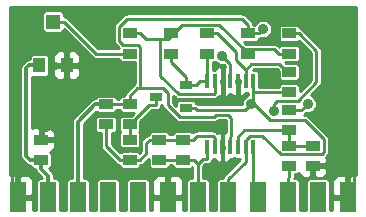
<source format=gbl>
%FSLAX46Y46*%
G04 Gerber Fmt 4.6, Leading zero omitted, Abs format (unit mm)*
G04 Created by KiCad (PCBNEW (2014-09-02 BZR 5112)-product) date 2014-10-14 1:14:18 PM*
%MOMM*%
G01*
G04 APERTURE LIST*
%ADD10C,0.150000*%
%ADD11R,1.000760X0.701040*%
%ADD12R,1.143000X0.812800*%
%ADD13R,1.000000X1.250000*%
%ADD14R,1.200000X1.250000*%
%ADD15R,1.350000X2.500000*%
%ADD16R,0.299720X1.300480*%
%ADD17C,0.889000*%
%ADD18C,0.355600*%
%ADD19C,0.254000*%
G04 APERTURE END LIST*
D10*
D11*
X154230000Y-89500000D03*
X156770000Y-90452500D03*
X156770000Y-88547500D03*
D12*
X152000000Y-93149100D03*
X152000000Y-94850900D03*
X150000000Y-90149100D03*
X150000000Y-91850900D03*
X156500000Y-93149100D03*
X156500000Y-94850900D03*
X154500000Y-93149100D03*
X154500000Y-94850900D03*
X144500000Y-94850900D03*
X144500000Y-93149100D03*
X167500000Y-93649100D03*
X167500000Y-95350900D03*
X152000000Y-90149100D03*
X152000000Y-91850900D03*
X165500000Y-87399100D03*
X165500000Y-89100900D03*
X158500000Y-85850900D03*
X158500000Y-84149100D03*
X155500000Y-84149100D03*
X155500000Y-85850900D03*
X152000000Y-85850900D03*
X152000000Y-84149100D03*
X162000000Y-84149100D03*
X162000000Y-85850900D03*
X165500000Y-84149100D03*
X165500000Y-85850900D03*
X165500000Y-93649100D03*
X165500000Y-95350900D03*
X165500000Y-90649100D03*
X165500000Y-92350900D03*
D13*
X144350000Y-86850000D03*
X146650000Y-86850000D03*
D14*
X145500000Y-83150000D03*
D15*
X142530000Y-98000000D03*
X145070000Y-98000000D03*
X147610000Y-98000000D03*
X150150000Y-98000000D03*
X152690000Y-98000000D03*
X155230000Y-98000000D03*
X157770000Y-98000000D03*
X160310000Y-98000000D03*
X162850000Y-98000000D03*
X165390000Y-98000000D03*
X167930000Y-98000000D03*
X170470000Y-98000000D03*
D16*
X158569600Y-88206000D03*
X159204600Y-88206000D03*
X159865000Y-88206000D03*
X160500000Y-88206000D03*
X161160400Y-88206000D03*
X161808100Y-88206000D03*
X162455800Y-88206000D03*
X162455800Y-93794000D03*
X161808100Y-93794000D03*
X161160400Y-93794000D03*
X160500000Y-93794000D03*
X159852300Y-93794000D03*
X159204600Y-93794000D03*
X158556900Y-93794000D03*
D17*
X159819000Y-86017500D03*
X163266000Y-83778800D03*
X144920120Y-92099687D03*
X155500000Y-92000000D03*
X151975000Y-87025000D03*
X145500000Y-86925000D03*
X159800000Y-91831600D03*
X159025000Y-96362600D03*
X164281000Y-87550000D03*
X167024000Y-86263400D03*
X164371000Y-83413400D03*
X159825000Y-89825000D03*
X147600000Y-88950000D03*
X169150000Y-92400000D03*
X167051000Y-90121100D03*
X164215000Y-90725900D03*
X162242000Y-90127500D03*
D18*
X144500000Y-94850900D02*
X143572900Y-94850900D01*
X143572900Y-94850900D02*
X143250000Y-94528000D01*
X143250000Y-94528000D02*
X143250000Y-87094400D01*
X143250000Y-87094400D02*
X143494400Y-86850000D01*
X143494400Y-86850000D02*
X144350000Y-86850000D01*
X144500000Y-94850900D02*
X144500000Y-95612900D01*
X144500000Y-95612900D02*
X145070000Y-96182900D01*
X145070000Y-96182900D02*
X145070000Y-98000000D01*
D19*
X160500000Y-86698600D02*
X159819000Y-86017500D01*
X160500000Y-88206000D02*
X160500000Y-86698600D01*
D18*
X150000000Y-90149100D02*
X149072900Y-90149100D01*
X149072900Y-90149100D02*
X147610000Y-91612000D01*
X147610000Y-91612000D02*
X147610000Y-96394400D01*
X147610000Y-96394400D02*
X147610000Y-98000000D01*
D19*
X150000000Y-90149100D02*
X152000000Y-90149100D01*
X152910000Y-85315500D02*
X152910000Y-88794200D01*
X152708000Y-85113900D02*
X152910000Y-85315500D01*
X151466000Y-85113900D02*
X152708000Y-85113900D01*
X151098000Y-84745700D02*
X151466000Y-85113900D01*
X151098000Y-83605800D02*
X151098000Y-84745700D01*
X151793000Y-82911100D02*
X151098000Y-83605800D01*
X161499000Y-82911100D02*
X151793000Y-82911100D01*
X162000000Y-83412200D02*
X161499000Y-82911100D01*
X162000000Y-84149100D02*
X162000000Y-83412200D01*
X152618000Y-88794200D02*
X152910000Y-88794200D01*
X152000000Y-89412200D02*
X152618000Y-88794200D01*
X152000000Y-90149100D02*
X152000000Y-89412200D01*
X162902000Y-84142900D02*
X163266000Y-83778800D01*
X162902000Y-84149100D02*
X162902000Y-84142900D01*
X162000000Y-84149100D02*
X162902000Y-84149100D01*
X154845000Y-88794200D02*
X152910000Y-88794200D01*
X155206000Y-89155100D02*
X154845000Y-88794200D01*
X155206000Y-90208500D02*
X155206000Y-89155100D01*
X156215000Y-91217800D02*
X155206000Y-90208500D01*
X159111000Y-91217800D02*
X156215000Y-91217800D01*
X159272000Y-91056900D02*
X159111000Y-91217800D01*
X160328000Y-91056900D02*
X159272000Y-91056900D01*
X160575000Y-91303100D02*
X160328000Y-91056900D01*
X160575000Y-92815100D02*
X160575000Y-91303100D01*
X160500000Y-92889800D02*
X160575000Y-92815100D01*
X160500000Y-93794000D02*
X160500000Y-92889800D01*
X149131000Y-85850900D02*
X152000000Y-85850900D01*
X146430000Y-83150000D02*
X149131000Y-85850900D01*
X145500000Y-83150000D02*
X146430000Y-83150000D01*
X155668000Y-91831600D02*
X155500000Y-92000000D01*
X159800000Y-91831600D02*
X155668000Y-91831600D01*
X171000000Y-82000000D02*
X171000000Y-97000000D01*
X142000000Y-82000000D02*
X171000000Y-82000000D01*
X142000000Y-97000000D02*
X142000000Y-82000000D01*
X159825000Y-88246000D02*
X159865000Y-88206000D01*
X159825000Y-89825000D02*
X159825000Y-88246000D01*
X159852000Y-95535300D02*
X159025000Y-96362600D01*
X159852000Y-91883900D02*
X159852000Y-95535300D01*
X159800000Y-91831600D02*
X159852000Y-91883900D01*
X167024000Y-87447000D02*
X167024000Y-86263400D01*
X166336000Y-88135700D02*
X167024000Y-87447000D01*
X164664000Y-88135700D02*
X166336000Y-88135700D01*
X164281000Y-87752200D02*
X164664000Y-88135700D01*
X164281000Y-87550000D02*
X164281000Y-87752200D01*
X166523000Y-90649100D02*
X165500000Y-90649100D01*
X167051000Y-90121100D02*
X166523000Y-90649100D01*
X162456000Y-97605800D02*
X162456000Y-95370000D01*
X162850000Y-98000000D02*
X162456000Y-97605800D01*
X162456000Y-95370000D02*
X162456000Y-94091700D01*
X162455800Y-95369800D02*
X162455800Y-93794000D01*
X162456000Y-95370000D02*
X162455800Y-95369800D01*
X165500000Y-96309500D02*
X165500000Y-95350900D01*
X165390000Y-96419500D02*
X165500000Y-96309500D01*
X165390000Y-98000000D02*
X165390000Y-96419500D01*
X164215000Y-90097300D02*
X164215000Y-90725900D01*
X164474000Y-89837900D02*
X164215000Y-90097300D01*
X166220000Y-89837900D02*
X164474000Y-89837900D01*
X167799000Y-88259400D02*
X166220000Y-89837900D01*
X167799000Y-85622600D02*
X167799000Y-88259400D01*
X166326000Y-84149100D02*
X167799000Y-85622600D01*
X165500000Y-84149100D02*
X166326000Y-84149100D01*
X164598000Y-89100900D02*
X165500000Y-89100900D01*
X164558000Y-89141400D02*
X164598000Y-89100900D01*
X162456000Y-89141400D02*
X164558000Y-89141400D01*
X162456000Y-89913400D02*
X162381000Y-89988200D01*
X162456000Y-89141400D02*
X162456000Y-89913400D01*
X162381000Y-89988200D02*
X162242000Y-90127500D01*
X157524000Y-90452500D02*
X156770000Y-90452500D01*
X157672000Y-90599700D02*
X157524000Y-90452500D01*
X161770000Y-90599700D02*
X157672000Y-90599700D01*
X162242000Y-90127500D02*
X161770000Y-90599700D01*
X161808000Y-94997900D02*
X161808000Y-94084500D01*
X160310000Y-96496000D02*
X161808000Y-94997900D01*
X160310000Y-98000000D02*
X160310000Y-96496000D01*
X163894000Y-91501000D02*
X162381000Y-89988200D01*
X166807000Y-91501000D02*
X163894000Y-91501000D01*
X168415000Y-93109200D02*
X166807000Y-91501000D01*
X168415000Y-94214600D02*
X168415000Y-93109200D01*
X168244000Y-94386100D02*
X168415000Y-94214600D01*
X164779000Y-94386100D02*
X168244000Y-94386100D01*
X163206000Y-92813200D02*
X164779000Y-94386100D01*
X162166000Y-92813200D02*
X163206000Y-92813200D01*
X161808000Y-93171100D02*
X162166000Y-92813200D01*
X161808000Y-94084500D02*
X161808000Y-93171100D01*
X161808100Y-94084400D02*
X161808100Y-93794000D01*
X161808000Y-94084500D02*
X161808100Y-94084400D01*
X162456000Y-89141400D02*
X162456000Y-88907500D01*
X162456000Y-88907500D02*
X162456000Y-88673700D01*
X162455800Y-88907300D02*
X162455800Y-88206000D01*
X162456000Y-88907500D02*
X162455800Y-88907300D01*
X157770000Y-95218900D02*
X157770000Y-98000000D01*
X157402000Y-94850900D02*
X157770000Y-95218900D01*
X156500000Y-94850900D02*
X157402000Y-94850900D01*
X154500000Y-94850900D02*
X156500000Y-94850900D01*
X158557000Y-93794000D02*
X158557000Y-94284300D01*
X158214000Y-94774700D02*
X157770000Y-95218900D01*
X158557000Y-94774700D02*
X158214000Y-94774700D01*
X158557000Y-94284300D02*
X158557000Y-94774700D01*
X158556900Y-94284200D02*
X158556900Y-93794000D01*
X158557000Y-94284300D02*
X158556900Y-94284200D01*
X152000000Y-94850900D02*
X151174500Y-94850900D01*
X151174500Y-94850900D02*
X150000000Y-93676400D01*
X150000000Y-93676400D02*
X150000000Y-92511300D01*
X150000000Y-92511300D02*
X150000000Y-91850900D01*
X153400000Y-94300000D02*
X152849100Y-94850900D01*
X152849100Y-94850900D02*
X152000000Y-94850900D01*
X153400000Y-93423600D02*
X153400000Y-94300000D01*
X154500000Y-93149100D02*
X153674500Y-93149100D01*
X153674500Y-93149100D02*
X153400000Y-93423600D01*
X152000000Y-94850900D02*
X152000000Y-94482800D01*
X156500000Y-93149100D02*
X154500000Y-93149100D01*
X159205000Y-93794000D02*
X159205000Y-93397600D01*
X157326000Y-93149100D02*
X156500000Y-93149100D01*
X157661000Y-92813300D02*
X157326000Y-93149100D01*
X159017000Y-92813300D02*
X157661000Y-92813300D01*
X159205000Y-93001200D02*
X159017000Y-92813300D01*
X159205000Y-93397600D02*
X159205000Y-93001200D01*
X159204600Y-93398000D02*
X159204600Y-93794000D01*
X159205000Y-93397600D02*
X159204600Y-93398000D01*
X152000000Y-91850900D02*
X152000000Y-93149100D01*
X153670000Y-90181000D02*
X152000000Y-91850900D01*
X154230000Y-90181000D02*
X153670000Y-90181000D01*
X154230000Y-89500000D02*
X154230000Y-90181000D01*
X152902000Y-84149100D02*
X152000000Y-84149100D01*
X153362000Y-84609100D02*
X152902000Y-84149100D01*
X154598000Y-84609100D02*
X153362000Y-84609100D01*
X155224000Y-84609100D02*
X154598000Y-84609100D01*
X155500000Y-84333100D02*
X155224000Y-84609100D01*
X161645000Y-85482400D02*
X162000000Y-85482400D01*
X159553000Y-83390400D02*
X161645000Y-85482400D01*
X156443000Y-83390400D02*
X159553000Y-83390400D01*
X155500000Y-84333100D02*
X156443000Y-83390400D01*
X155500000Y-84149100D02*
X155500000Y-84333100D01*
X162000000Y-85850900D02*
X162000000Y-85482400D01*
X164598000Y-85850900D02*
X165500000Y-85850900D01*
X164230000Y-85482400D02*
X164598000Y-85850900D01*
X162000000Y-85482400D02*
X164230000Y-85482400D01*
X159205000Y-88206000D02*
X159205000Y-88696300D01*
X154598000Y-87708700D02*
X154598000Y-84609100D01*
X156131000Y-89241400D02*
X154598000Y-87708700D01*
X159150000Y-89241400D02*
X156131000Y-89241400D01*
X159205000Y-89186700D02*
X159150000Y-89241400D01*
X159205000Y-88696300D02*
X159205000Y-89186700D01*
X159204600Y-88695900D02*
X159204600Y-88206000D01*
X159205000Y-88696300D02*
X159204600Y-88695900D01*
X167500000Y-93649100D02*
X165500000Y-93649100D01*
X165500000Y-93649100D02*
X165500000Y-93280600D01*
X165500000Y-92350900D02*
X165500000Y-93280600D01*
X165500000Y-93280600D02*
X165500000Y-93649100D01*
X161160000Y-92889800D02*
X161160000Y-93115800D01*
X161699000Y-92350900D02*
X161160000Y-92889800D01*
X165500000Y-92350900D02*
X161699000Y-92350900D01*
X161160000Y-93115800D02*
X161160000Y-93341900D01*
X161160400Y-93116200D02*
X161160400Y-93794000D01*
X161160000Y-93115800D02*
X161160400Y-93116200D01*
X160997000Y-86414300D02*
X161808000Y-87225300D01*
X160997000Y-85744200D02*
X160997000Y-86414300D01*
X159402000Y-84149100D02*
X160997000Y-85744200D01*
X158500000Y-84149100D02*
X159402000Y-84149100D01*
X165335000Y-87399100D02*
X165500000Y-87399100D01*
X164674000Y-86738700D02*
X165335000Y-87399100D01*
X162295000Y-86738700D02*
X164674000Y-86738700D01*
X161808000Y-87225300D02*
X162295000Y-86738700D01*
X161808000Y-88206000D02*
X161808000Y-87715600D01*
X161808000Y-87715600D02*
X161808000Y-87225300D01*
X161808100Y-87715700D02*
X161808100Y-88206000D01*
X161808000Y-87715600D02*
X161808100Y-87715700D01*
X156770000Y-87857800D02*
X156770000Y-88547500D01*
X155500000Y-86587800D02*
X156770000Y-87857800D01*
X155500000Y-85850900D02*
X155500000Y-86587800D01*
X158570000Y-88206000D02*
X158569600Y-88206000D01*
X158570000Y-86657400D02*
X158570000Y-88206000D01*
X158500000Y-86587800D02*
X158570000Y-86657400D01*
X158500000Y-85850900D02*
X158500000Y-86587800D01*
X157601000Y-88547500D02*
X156770000Y-88547500D01*
X157942000Y-88206000D02*
X157601000Y-88547500D01*
X158569600Y-88206000D02*
X157942000Y-88206000D01*
G36*
X161350800Y-94808530D02*
X159986700Y-96172722D01*
X159935058Y-96250014D01*
X159887602Y-96321037D01*
X159887600Y-96321044D01*
X159887596Y-96321051D01*
X159869548Y-96411801D01*
X159867956Y-96419800D01*
X159569319Y-96419800D01*
X159447957Y-96470070D01*
X159355070Y-96562957D01*
X159304800Y-96684319D01*
X159304800Y-96815681D01*
X159304800Y-99119800D01*
X158775200Y-99119800D01*
X158775200Y-96684319D01*
X158724930Y-96562957D01*
X158632043Y-96470070D01*
X158510681Y-96419800D01*
X158379319Y-96419800D01*
X158227200Y-96419800D01*
X158227200Y-95408218D01*
X158403439Y-95231900D01*
X158557000Y-95231900D01*
X158731963Y-95197098D01*
X158880289Y-95097989D01*
X158979398Y-94949663D01*
X159014200Y-94774700D01*
X159014200Y-94774440D01*
X159120421Y-94774440D01*
X159151894Y-94774440D01*
X159164113Y-94803939D01*
X159342742Y-94982567D01*
X159576131Y-95079240D01*
X159618620Y-95079240D01*
X159777370Y-94920490D01*
X159777370Y-93921000D01*
X159705300Y-93921000D01*
X159705300Y-93667000D01*
X159777370Y-93667000D01*
X159777370Y-92667510D01*
X159618620Y-92508760D01*
X159576131Y-92508760D01*
X159422654Y-92572332D01*
X159340289Y-92490011D01*
X159340203Y-92489925D01*
X159265106Y-92439775D01*
X159191963Y-92390902D01*
X159191903Y-92390890D01*
X159191851Y-92390855D01*
X159103552Y-92373316D01*
X159017000Y-92356100D01*
X159016878Y-92356100D01*
X157661000Y-92356100D01*
X157660728Y-92356154D01*
X157660455Y-92356100D01*
X157573212Y-92373561D01*
X157486037Y-92390902D01*
X157485805Y-92391056D01*
X157485534Y-92391111D01*
X157411619Y-92440626D01*
X157337711Y-92490011D01*
X157337557Y-92490241D01*
X157337326Y-92490396D01*
X157311778Y-92516005D01*
X157258543Y-92462770D01*
X157137181Y-92412500D01*
X157005819Y-92412500D01*
X155862819Y-92412500D01*
X155741457Y-92462770D01*
X155648570Y-92555657D01*
X155598300Y-92677019D01*
X155598300Y-92691900D01*
X155401700Y-92691900D01*
X155401700Y-92677019D01*
X155351430Y-92555657D01*
X155258543Y-92462770D01*
X155137181Y-92412500D01*
X155005819Y-92412500D01*
X153862819Y-92412500D01*
X153741457Y-92462770D01*
X153648570Y-92555657D01*
X153598300Y-92677019D01*
X153598300Y-92707056D01*
X153499537Y-92726702D01*
X153351211Y-92825811D01*
X153076711Y-93100311D01*
X152977602Y-93248637D01*
X152942800Y-93423600D01*
X152942800Y-94110622D01*
X152823697Y-94229724D01*
X152758543Y-94164570D01*
X152637181Y-94114300D01*
X152505819Y-94114300D01*
X152255626Y-94114300D01*
X152174963Y-94060402D01*
X152000000Y-94025600D01*
X151825037Y-94060402D01*
X151744373Y-94114300D01*
X151362819Y-94114300D01*
X151241457Y-94164570D01*
X151188102Y-94217924D01*
X150457200Y-93487022D01*
X150457200Y-92587500D01*
X150637181Y-92587500D01*
X150758543Y-92537230D01*
X150851430Y-92444343D01*
X150901700Y-92322981D01*
X150901700Y-92191619D01*
X150901700Y-91378819D01*
X150851430Y-91257457D01*
X150758543Y-91164570D01*
X150637181Y-91114300D01*
X150505819Y-91114300D01*
X149362819Y-91114300D01*
X149241457Y-91164570D01*
X149148570Y-91257457D01*
X149098300Y-91378819D01*
X149098300Y-91510181D01*
X149098300Y-92322981D01*
X149148570Y-92444343D01*
X149241457Y-92537230D01*
X149362819Y-92587500D01*
X149494181Y-92587500D01*
X149542800Y-92587500D01*
X149542800Y-93676400D01*
X149577602Y-93851363D01*
X149676711Y-93999689D01*
X150851211Y-95174189D01*
X150999537Y-95273298D01*
X151098300Y-95292943D01*
X151098300Y-95322981D01*
X151148570Y-95444343D01*
X151241457Y-95537230D01*
X151362819Y-95587500D01*
X151494181Y-95587500D01*
X152637181Y-95587500D01*
X152758543Y-95537230D01*
X152851430Y-95444343D01*
X152901700Y-95322981D01*
X152901700Y-95297637D01*
X153024063Y-95273298D01*
X153172389Y-95174189D01*
X153598300Y-94748278D01*
X153598300Y-95322981D01*
X153648570Y-95444343D01*
X153741457Y-95537230D01*
X153862819Y-95587500D01*
X153994181Y-95587500D01*
X155137181Y-95587500D01*
X155258543Y-95537230D01*
X155351430Y-95444343D01*
X155401700Y-95322981D01*
X155401700Y-95308100D01*
X155598300Y-95308100D01*
X155598300Y-95322981D01*
X155648570Y-95444343D01*
X155741457Y-95537230D01*
X155862819Y-95587500D01*
X155994181Y-95587500D01*
X157137181Y-95587500D01*
X157258543Y-95537230D01*
X157312800Y-95482973D01*
X157312800Y-96419800D01*
X157029319Y-96419800D01*
X156907957Y-96470070D01*
X156815070Y-96562957D01*
X156764800Y-96684319D01*
X156764800Y-96815681D01*
X156764800Y-99119800D01*
X156540000Y-99119800D01*
X156540000Y-98285750D01*
X156540000Y-97714250D01*
X156540000Y-96876309D01*
X156540000Y-96623690D01*
X156443327Y-96390301D01*
X156264698Y-96211673D01*
X156031309Y-96115000D01*
X155515750Y-96115000D01*
X155357000Y-96273750D01*
X155357000Y-97873000D01*
X156381250Y-97873000D01*
X156540000Y-97714250D01*
X156540000Y-98285750D01*
X156381250Y-98127000D01*
X155357000Y-98127000D01*
X155357000Y-98147000D01*
X155103000Y-98147000D01*
X155103000Y-98127000D01*
X155103000Y-97873000D01*
X155103000Y-96273750D01*
X154944250Y-96115000D01*
X154428691Y-96115000D01*
X154195302Y-96211673D01*
X154016673Y-96390301D01*
X153920000Y-96623690D01*
X153920000Y-96876309D01*
X153920000Y-97714250D01*
X154078750Y-97873000D01*
X155103000Y-97873000D01*
X155103000Y-98127000D01*
X154078750Y-98127000D01*
X153920000Y-98285750D01*
X153920000Y-99119800D01*
X153695200Y-99119800D01*
X153695200Y-96684319D01*
X153644930Y-96562957D01*
X153552043Y-96470070D01*
X153430681Y-96419800D01*
X153299319Y-96419800D01*
X151949319Y-96419800D01*
X151827957Y-96470070D01*
X151735070Y-96562957D01*
X151684800Y-96684319D01*
X151684800Y-96815681D01*
X151684800Y-99119800D01*
X151155200Y-99119800D01*
X151155200Y-96684319D01*
X151104930Y-96562957D01*
X151012043Y-96470070D01*
X150890681Y-96419800D01*
X150759319Y-96419800D01*
X149409319Y-96419800D01*
X149287957Y-96470070D01*
X149195070Y-96562957D01*
X149144800Y-96684319D01*
X149144800Y-96815681D01*
X149144800Y-99119800D01*
X148615200Y-99119800D01*
X148615200Y-96684319D01*
X148564930Y-96562957D01*
X148472043Y-96470070D01*
X148350681Y-96419800D01*
X148219319Y-96419800D01*
X148118000Y-96419800D01*
X148118000Y-96394400D01*
X148118000Y-91822420D01*
X149173223Y-90767196D01*
X149241457Y-90835430D01*
X149362819Y-90885700D01*
X149494181Y-90885700D01*
X150637181Y-90885700D01*
X150758543Y-90835430D01*
X150851430Y-90742543D01*
X150901700Y-90621181D01*
X150901700Y-90606300D01*
X151098300Y-90606300D01*
X151098300Y-90621181D01*
X151148570Y-90742543D01*
X151241457Y-90835430D01*
X151362819Y-90885700D01*
X151494181Y-90885700D01*
X152318659Y-90885700D01*
X152090045Y-91114300D01*
X151362819Y-91114300D01*
X151241457Y-91164570D01*
X151148570Y-91257457D01*
X151098300Y-91378819D01*
X151098300Y-91510181D01*
X151098300Y-92322981D01*
X151148570Y-92444343D01*
X151204227Y-92500000D01*
X151148570Y-92555657D01*
X151098300Y-92677019D01*
X151098300Y-92808381D01*
X151098300Y-93621181D01*
X151148570Y-93742543D01*
X151241457Y-93835430D01*
X151362819Y-93885700D01*
X151494181Y-93885700D01*
X152637181Y-93885700D01*
X152758543Y-93835430D01*
X152851430Y-93742543D01*
X152901700Y-93621181D01*
X152901700Y-93489819D01*
X152901700Y-92677019D01*
X152851430Y-92555657D01*
X152795773Y-92500000D01*
X152851430Y-92444343D01*
X152901700Y-92322981D01*
X152901700Y-92191619D01*
X152901700Y-91595813D01*
X153859370Y-90638200D01*
X154230000Y-90638200D01*
X154404963Y-90603398D01*
X154553289Y-90504289D01*
X154652398Y-90355963D01*
X154687200Y-90181000D01*
X154687200Y-90180720D01*
X154748800Y-90180720D01*
X154748800Y-90208432D01*
X154748800Y-90208500D01*
X154766224Y-90296101D01*
X154783576Y-90383400D01*
X154783595Y-90383428D01*
X154783602Y-90383463D01*
X154833380Y-90457960D01*
X154882663Y-90531741D01*
X154882711Y-90531789D01*
X155891663Y-91541041D01*
X155891691Y-91541060D01*
X155891711Y-91541089D01*
X155967001Y-91591396D01*
X156039975Y-91640172D01*
X156040007Y-91640178D01*
X156040037Y-91640198D01*
X156127909Y-91657676D01*
X156214932Y-91675000D01*
X156214966Y-91674993D01*
X156215000Y-91675000D01*
X159110858Y-91675000D01*
X159111000Y-91675000D01*
X159198816Y-91657532D01*
X159285832Y-91640252D01*
X159285891Y-91640212D01*
X159285963Y-91640198D01*
X159359298Y-91591196D01*
X159434189Y-91541190D01*
X159434289Y-91541089D01*
X159461295Y-91514100D01*
X160117800Y-91514100D01*
X160117800Y-92508760D01*
X160085980Y-92508760D01*
X159927230Y-92667510D01*
X159927230Y-93667000D01*
X159999300Y-93667000D01*
X159999300Y-93921000D01*
X159927230Y-93921000D01*
X159927230Y-94920490D01*
X160085980Y-95079240D01*
X160128469Y-95079240D01*
X160361858Y-94982567D01*
X160540487Y-94803939D01*
X160552705Y-94774440D01*
X160715541Y-94774440D01*
X160830200Y-94726946D01*
X160944859Y-94774440D01*
X161076221Y-94774440D01*
X161350800Y-94774440D01*
X161350800Y-94808530D01*
X161350800Y-94808530D01*
G37*
X161350800Y-94808530D02*
X159986700Y-96172722D01*
X159935058Y-96250014D01*
X159887602Y-96321037D01*
X159887600Y-96321044D01*
X159887596Y-96321051D01*
X159869548Y-96411801D01*
X159867956Y-96419800D01*
X159569319Y-96419800D01*
X159447957Y-96470070D01*
X159355070Y-96562957D01*
X159304800Y-96684319D01*
X159304800Y-96815681D01*
X159304800Y-99119800D01*
X158775200Y-99119800D01*
X158775200Y-96684319D01*
X158724930Y-96562957D01*
X158632043Y-96470070D01*
X158510681Y-96419800D01*
X158379319Y-96419800D01*
X158227200Y-96419800D01*
X158227200Y-95408218D01*
X158403439Y-95231900D01*
X158557000Y-95231900D01*
X158731963Y-95197098D01*
X158880289Y-95097989D01*
X158979398Y-94949663D01*
X159014200Y-94774700D01*
X159014200Y-94774440D01*
X159120421Y-94774440D01*
X159151894Y-94774440D01*
X159164113Y-94803939D01*
X159342742Y-94982567D01*
X159576131Y-95079240D01*
X159618620Y-95079240D01*
X159777370Y-94920490D01*
X159777370Y-93921000D01*
X159705300Y-93921000D01*
X159705300Y-93667000D01*
X159777370Y-93667000D01*
X159777370Y-92667510D01*
X159618620Y-92508760D01*
X159576131Y-92508760D01*
X159422654Y-92572332D01*
X159340289Y-92490011D01*
X159340203Y-92489925D01*
X159265106Y-92439775D01*
X159191963Y-92390902D01*
X159191903Y-92390890D01*
X159191851Y-92390855D01*
X159103552Y-92373316D01*
X159017000Y-92356100D01*
X159016878Y-92356100D01*
X157661000Y-92356100D01*
X157660728Y-92356154D01*
X157660455Y-92356100D01*
X157573212Y-92373561D01*
X157486037Y-92390902D01*
X157485805Y-92391056D01*
X157485534Y-92391111D01*
X157411619Y-92440626D01*
X157337711Y-92490011D01*
X157337557Y-92490241D01*
X157337326Y-92490396D01*
X157311778Y-92516005D01*
X157258543Y-92462770D01*
X157137181Y-92412500D01*
X157005819Y-92412500D01*
X155862819Y-92412500D01*
X155741457Y-92462770D01*
X155648570Y-92555657D01*
X155598300Y-92677019D01*
X155598300Y-92691900D01*
X155401700Y-92691900D01*
X155401700Y-92677019D01*
X155351430Y-92555657D01*
X155258543Y-92462770D01*
X155137181Y-92412500D01*
X155005819Y-92412500D01*
X153862819Y-92412500D01*
X153741457Y-92462770D01*
X153648570Y-92555657D01*
X153598300Y-92677019D01*
X153598300Y-92707056D01*
X153499537Y-92726702D01*
X153351211Y-92825811D01*
X153076711Y-93100311D01*
X152977602Y-93248637D01*
X152942800Y-93423600D01*
X152942800Y-94110622D01*
X152823697Y-94229724D01*
X152758543Y-94164570D01*
X152637181Y-94114300D01*
X152505819Y-94114300D01*
X152255626Y-94114300D01*
X152174963Y-94060402D01*
X152000000Y-94025600D01*
X151825037Y-94060402D01*
X151744373Y-94114300D01*
X151362819Y-94114300D01*
X151241457Y-94164570D01*
X151188102Y-94217924D01*
X150457200Y-93487022D01*
X150457200Y-92587500D01*
X150637181Y-92587500D01*
X150758543Y-92537230D01*
X150851430Y-92444343D01*
X150901700Y-92322981D01*
X150901700Y-92191619D01*
X150901700Y-91378819D01*
X150851430Y-91257457D01*
X150758543Y-91164570D01*
X150637181Y-91114300D01*
X150505819Y-91114300D01*
X149362819Y-91114300D01*
X149241457Y-91164570D01*
X149148570Y-91257457D01*
X149098300Y-91378819D01*
X149098300Y-91510181D01*
X149098300Y-92322981D01*
X149148570Y-92444343D01*
X149241457Y-92537230D01*
X149362819Y-92587500D01*
X149494181Y-92587500D01*
X149542800Y-92587500D01*
X149542800Y-93676400D01*
X149577602Y-93851363D01*
X149676711Y-93999689D01*
X150851211Y-95174189D01*
X150999537Y-95273298D01*
X151098300Y-95292943D01*
X151098300Y-95322981D01*
X151148570Y-95444343D01*
X151241457Y-95537230D01*
X151362819Y-95587500D01*
X151494181Y-95587500D01*
X152637181Y-95587500D01*
X152758543Y-95537230D01*
X152851430Y-95444343D01*
X152901700Y-95322981D01*
X152901700Y-95297637D01*
X153024063Y-95273298D01*
X153172389Y-95174189D01*
X153598300Y-94748278D01*
X153598300Y-95322981D01*
X153648570Y-95444343D01*
X153741457Y-95537230D01*
X153862819Y-95587500D01*
X153994181Y-95587500D01*
X155137181Y-95587500D01*
X155258543Y-95537230D01*
X155351430Y-95444343D01*
X155401700Y-95322981D01*
X155401700Y-95308100D01*
X155598300Y-95308100D01*
X155598300Y-95322981D01*
X155648570Y-95444343D01*
X155741457Y-95537230D01*
X155862819Y-95587500D01*
X155994181Y-95587500D01*
X157137181Y-95587500D01*
X157258543Y-95537230D01*
X157312800Y-95482973D01*
X157312800Y-96419800D01*
X157029319Y-96419800D01*
X156907957Y-96470070D01*
X156815070Y-96562957D01*
X156764800Y-96684319D01*
X156764800Y-96815681D01*
X156764800Y-99119800D01*
X156540000Y-99119800D01*
X156540000Y-98285750D01*
X156540000Y-97714250D01*
X156540000Y-96876309D01*
X156540000Y-96623690D01*
X156443327Y-96390301D01*
X156264698Y-96211673D01*
X156031309Y-96115000D01*
X155515750Y-96115000D01*
X155357000Y-96273750D01*
X155357000Y-97873000D01*
X156381250Y-97873000D01*
X156540000Y-97714250D01*
X156540000Y-98285750D01*
X156381250Y-98127000D01*
X155357000Y-98127000D01*
X155357000Y-98147000D01*
X155103000Y-98147000D01*
X155103000Y-98127000D01*
X155103000Y-97873000D01*
X155103000Y-96273750D01*
X154944250Y-96115000D01*
X154428691Y-96115000D01*
X154195302Y-96211673D01*
X154016673Y-96390301D01*
X153920000Y-96623690D01*
X153920000Y-96876309D01*
X153920000Y-97714250D01*
X154078750Y-97873000D01*
X155103000Y-97873000D01*
X155103000Y-98127000D01*
X154078750Y-98127000D01*
X153920000Y-98285750D01*
X153920000Y-99119800D01*
X153695200Y-99119800D01*
X153695200Y-96684319D01*
X153644930Y-96562957D01*
X153552043Y-96470070D01*
X153430681Y-96419800D01*
X153299319Y-96419800D01*
X151949319Y-96419800D01*
X151827957Y-96470070D01*
X151735070Y-96562957D01*
X151684800Y-96684319D01*
X151684800Y-96815681D01*
X151684800Y-99119800D01*
X151155200Y-99119800D01*
X151155200Y-96684319D01*
X151104930Y-96562957D01*
X151012043Y-96470070D01*
X150890681Y-96419800D01*
X150759319Y-96419800D01*
X149409319Y-96419800D01*
X149287957Y-96470070D01*
X149195070Y-96562957D01*
X149144800Y-96684319D01*
X149144800Y-96815681D01*
X149144800Y-99119800D01*
X148615200Y-99119800D01*
X148615200Y-96684319D01*
X148564930Y-96562957D01*
X148472043Y-96470070D01*
X148350681Y-96419800D01*
X148219319Y-96419800D01*
X148118000Y-96419800D01*
X148118000Y-96394400D01*
X148118000Y-91822420D01*
X149173223Y-90767196D01*
X149241457Y-90835430D01*
X149362819Y-90885700D01*
X149494181Y-90885700D01*
X150637181Y-90885700D01*
X150758543Y-90835430D01*
X150851430Y-90742543D01*
X150901700Y-90621181D01*
X150901700Y-90606300D01*
X151098300Y-90606300D01*
X151098300Y-90621181D01*
X151148570Y-90742543D01*
X151241457Y-90835430D01*
X151362819Y-90885700D01*
X151494181Y-90885700D01*
X152318659Y-90885700D01*
X152090045Y-91114300D01*
X151362819Y-91114300D01*
X151241457Y-91164570D01*
X151148570Y-91257457D01*
X151098300Y-91378819D01*
X151098300Y-91510181D01*
X151098300Y-92322981D01*
X151148570Y-92444343D01*
X151204227Y-92500000D01*
X151148570Y-92555657D01*
X151098300Y-92677019D01*
X151098300Y-92808381D01*
X151098300Y-93621181D01*
X151148570Y-93742543D01*
X151241457Y-93835430D01*
X151362819Y-93885700D01*
X151494181Y-93885700D01*
X152637181Y-93885700D01*
X152758543Y-93835430D01*
X152851430Y-93742543D01*
X152901700Y-93621181D01*
X152901700Y-93489819D01*
X152901700Y-92677019D01*
X152851430Y-92555657D01*
X152795773Y-92500000D01*
X152851430Y-92444343D01*
X152901700Y-92322981D01*
X152901700Y-92191619D01*
X152901700Y-91595813D01*
X153859370Y-90638200D01*
X154230000Y-90638200D01*
X154404963Y-90603398D01*
X154553289Y-90504289D01*
X154652398Y-90355963D01*
X154687200Y-90181000D01*
X154687200Y-90180720D01*
X154748800Y-90180720D01*
X154748800Y-90208432D01*
X154748800Y-90208500D01*
X154766224Y-90296101D01*
X154783576Y-90383400D01*
X154783595Y-90383428D01*
X154783602Y-90383463D01*
X154833380Y-90457960D01*
X154882663Y-90531741D01*
X154882711Y-90531789D01*
X155891663Y-91541041D01*
X155891691Y-91541060D01*
X155891711Y-91541089D01*
X155967001Y-91591396D01*
X156039975Y-91640172D01*
X156040007Y-91640178D01*
X156040037Y-91640198D01*
X156127909Y-91657676D01*
X156214932Y-91675000D01*
X156214966Y-91674993D01*
X156215000Y-91675000D01*
X159110858Y-91675000D01*
X159111000Y-91675000D01*
X159198816Y-91657532D01*
X159285832Y-91640252D01*
X159285891Y-91640212D01*
X159285963Y-91640198D01*
X159359298Y-91591196D01*
X159434189Y-91541190D01*
X159434289Y-91541089D01*
X159461295Y-91514100D01*
X160117800Y-91514100D01*
X160117800Y-92508760D01*
X160085980Y-92508760D01*
X159927230Y-92667510D01*
X159927230Y-93667000D01*
X159999300Y-93667000D01*
X159999300Y-93921000D01*
X159927230Y-93921000D01*
X159927230Y-94920490D01*
X160085980Y-95079240D01*
X160128469Y-95079240D01*
X160361858Y-94982567D01*
X160540487Y-94803939D01*
X160552705Y-94774440D01*
X160715541Y-94774440D01*
X160830200Y-94726946D01*
X160944859Y-94774440D01*
X161076221Y-94774440D01*
X161350800Y-94774440D01*
X161350800Y-94808530D01*
G36*
X161998800Y-89389762D02*
X161803741Y-89470359D01*
X161585624Y-89688095D01*
X161467435Y-89972727D01*
X161467286Y-90142500D01*
X157860652Y-90142500D01*
X157846412Y-90128336D01*
X157772507Y-90079243D01*
X157698963Y-90030102D01*
X157698345Y-90029979D01*
X157697818Y-90029629D01*
X157610857Y-90012576D01*
X157588948Y-90008219D01*
X157550310Y-89914937D01*
X157457423Y-89822050D01*
X157336061Y-89771780D01*
X157204699Y-89771780D01*
X156203939Y-89771780D01*
X156082577Y-89822050D01*
X155989690Y-89914937D01*
X155939420Y-90036299D01*
X155939420Y-90167661D01*
X155939420Y-90295463D01*
X155663200Y-90019161D01*
X155663200Y-89420207D01*
X155807742Y-89564721D01*
X155884957Y-89616303D01*
X155956037Y-89663798D01*
X155956059Y-89663802D01*
X155956078Y-89663815D01*
X156038412Y-89680183D01*
X156131000Y-89698600D01*
X159150000Y-89698600D01*
X159236907Y-89681313D01*
X159323807Y-89664275D01*
X159324337Y-89663922D01*
X159324963Y-89663798D01*
X159398581Y-89614607D01*
X159472404Y-89565572D01*
X159527404Y-89510872D01*
X159527759Y-89510342D01*
X159528289Y-89509989D01*
X159551225Y-89475663D01*
X159588831Y-89491240D01*
X159631320Y-89491240D01*
X159790070Y-89332490D01*
X159790070Y-88333000D01*
X159718000Y-88333000D01*
X159718000Y-88079000D01*
X159790070Y-88079000D01*
X159790070Y-87079510D01*
X159631320Y-86920760D01*
X159588831Y-86920760D01*
X159355442Y-87017433D01*
X159176813Y-87196061D01*
X159164594Y-87225560D01*
X159027200Y-87225560D01*
X159027200Y-86657400D01*
X159027069Y-86656744D01*
X159027198Y-86656090D01*
X159013350Y-86587500D01*
X159137181Y-86587500D01*
X159247679Y-86541729D01*
X159379595Y-86673876D01*
X159664227Y-86792065D01*
X159947167Y-86792311D01*
X160042800Y-86887958D01*
X160042800Y-86976640D01*
X159939930Y-87079510D01*
X159939930Y-88079000D01*
X160012000Y-88079000D01*
X160012000Y-88333000D01*
X159939930Y-88333000D01*
X159939930Y-89332490D01*
X160098680Y-89491240D01*
X160141169Y-89491240D01*
X160374558Y-89394567D01*
X160512700Y-89256425D01*
X160650842Y-89394567D01*
X160884231Y-89491240D01*
X160926720Y-89491240D01*
X161085470Y-89332490D01*
X161085470Y-88333000D01*
X161013400Y-88333000D01*
X161013400Y-88079000D01*
X161085470Y-88079000D01*
X161085470Y-88059000D01*
X161235330Y-88059000D01*
X161235330Y-88079000D01*
X161307400Y-88079000D01*
X161307400Y-88333000D01*
X161235330Y-88333000D01*
X161235330Y-89332490D01*
X161394080Y-89491240D01*
X161436569Y-89491240D01*
X161669958Y-89394567D01*
X161848587Y-89215939D01*
X161860805Y-89186440D01*
X161998800Y-89186440D01*
X161998800Y-89389762D01*
X161998800Y-89389762D01*
G37*
X161998800Y-89389762D02*
X161803741Y-89470359D01*
X161585624Y-89688095D01*
X161467435Y-89972727D01*
X161467286Y-90142500D01*
X157860652Y-90142500D01*
X157846412Y-90128336D01*
X157772507Y-90079243D01*
X157698963Y-90030102D01*
X157698345Y-90029979D01*
X157697818Y-90029629D01*
X157610857Y-90012576D01*
X157588948Y-90008219D01*
X157550310Y-89914937D01*
X157457423Y-89822050D01*
X157336061Y-89771780D01*
X157204699Y-89771780D01*
X156203939Y-89771780D01*
X156082577Y-89822050D01*
X155989690Y-89914937D01*
X155939420Y-90036299D01*
X155939420Y-90167661D01*
X155939420Y-90295463D01*
X155663200Y-90019161D01*
X155663200Y-89420207D01*
X155807742Y-89564721D01*
X155884957Y-89616303D01*
X155956037Y-89663798D01*
X155956059Y-89663802D01*
X155956078Y-89663815D01*
X156038412Y-89680183D01*
X156131000Y-89698600D01*
X159150000Y-89698600D01*
X159236907Y-89681313D01*
X159323807Y-89664275D01*
X159324337Y-89663922D01*
X159324963Y-89663798D01*
X159398581Y-89614607D01*
X159472404Y-89565572D01*
X159527404Y-89510872D01*
X159527759Y-89510342D01*
X159528289Y-89509989D01*
X159551225Y-89475663D01*
X159588831Y-89491240D01*
X159631320Y-89491240D01*
X159790070Y-89332490D01*
X159790070Y-88333000D01*
X159718000Y-88333000D01*
X159718000Y-88079000D01*
X159790070Y-88079000D01*
X159790070Y-87079510D01*
X159631320Y-86920760D01*
X159588831Y-86920760D01*
X159355442Y-87017433D01*
X159176813Y-87196061D01*
X159164594Y-87225560D01*
X159027200Y-87225560D01*
X159027200Y-86657400D01*
X159027069Y-86656744D01*
X159027198Y-86656090D01*
X159013350Y-86587500D01*
X159137181Y-86587500D01*
X159247679Y-86541729D01*
X159379595Y-86673876D01*
X159664227Y-86792065D01*
X159947167Y-86792311D01*
X160042800Y-86887958D01*
X160042800Y-86976640D01*
X159939930Y-87079510D01*
X159939930Y-88079000D01*
X160012000Y-88079000D01*
X160012000Y-88333000D01*
X159939930Y-88333000D01*
X159939930Y-89332490D01*
X160098680Y-89491240D01*
X160141169Y-89491240D01*
X160374558Y-89394567D01*
X160512700Y-89256425D01*
X160650842Y-89394567D01*
X160884231Y-89491240D01*
X160926720Y-89491240D01*
X161085470Y-89332490D01*
X161085470Y-88333000D01*
X161013400Y-88333000D01*
X161013400Y-88079000D01*
X161085470Y-88079000D01*
X161085470Y-88059000D01*
X161235330Y-88059000D01*
X161235330Y-88079000D01*
X161307400Y-88079000D01*
X161307400Y-88333000D01*
X161235330Y-88333000D01*
X161235330Y-89332490D01*
X161394080Y-89491240D01*
X161436569Y-89491240D01*
X161669958Y-89394567D01*
X161848587Y-89215939D01*
X161860805Y-89186440D01*
X161998800Y-89186440D01*
X161998800Y-89389762D01*
G36*
X171119800Y-96115000D02*
X170755750Y-96115000D01*
X170597000Y-96273750D01*
X170597000Y-97873000D01*
X170617000Y-97873000D01*
X170617000Y-98127000D01*
X170597000Y-98127000D01*
X170597000Y-98147000D01*
X170343000Y-98147000D01*
X170343000Y-98127000D01*
X170343000Y-97873000D01*
X170343000Y-96273750D01*
X170184250Y-96115000D01*
X169668691Y-96115000D01*
X169435302Y-96211673D01*
X169256673Y-96390301D01*
X169160000Y-96623690D01*
X169160000Y-96876309D01*
X169160000Y-97714250D01*
X169318750Y-97873000D01*
X170343000Y-97873000D01*
X170343000Y-98127000D01*
X169318750Y-98127000D01*
X169160000Y-98285750D01*
X169160000Y-99119800D01*
X168935200Y-99119800D01*
X168935200Y-96684319D01*
X168884930Y-96562957D01*
X168792043Y-96470070D01*
X168706500Y-96434636D01*
X168706500Y-95883609D01*
X168706500Y-95636650D01*
X168547750Y-95477900D01*
X167627000Y-95477900D01*
X167627000Y-96233550D01*
X167785750Y-96392300D01*
X167945191Y-96392300D01*
X168197810Y-96392300D01*
X168431199Y-96295627D01*
X168609827Y-96116998D01*
X168706500Y-95883609D01*
X168706500Y-96434636D01*
X168670681Y-96419800D01*
X168539319Y-96419800D01*
X167189319Y-96419800D01*
X167067957Y-96470070D01*
X166975070Y-96562957D01*
X166924800Y-96684319D01*
X166924800Y-96815681D01*
X166924800Y-99119800D01*
X166395200Y-99119800D01*
X166395200Y-96684319D01*
X166344930Y-96562957D01*
X166252043Y-96470070D01*
X166130681Y-96419800D01*
X165999319Y-96419800D01*
X165935260Y-96419800D01*
X165957199Y-96309500D01*
X165957200Y-96309500D01*
X165957200Y-96087500D01*
X166137181Y-96087500D01*
X166258543Y-96037230D01*
X166328255Y-95967517D01*
X166390173Y-96116998D01*
X166568801Y-96295627D01*
X166802190Y-96392300D01*
X167054809Y-96392300D01*
X167214250Y-96392300D01*
X167373000Y-96233550D01*
X167373000Y-95477900D01*
X167353000Y-95477900D01*
X167353000Y-95223900D01*
X167373000Y-95223900D01*
X167373000Y-95203900D01*
X167627000Y-95203900D01*
X167627000Y-95223900D01*
X168547750Y-95223900D01*
X168706500Y-95065150D01*
X168706500Y-94818191D01*
X168633802Y-94642682D01*
X168738289Y-94537889D01*
X168738761Y-94537417D01*
X168788104Y-94463335D01*
X168837398Y-94389563D01*
X168837464Y-94389229D01*
X168837653Y-94388946D01*
X168854834Y-94301900D01*
X168872200Y-94214600D01*
X168872200Y-93109229D01*
X168872200Y-93109200D01*
X168854894Y-93022197D01*
X168837409Y-92934263D01*
X168837400Y-92934250D01*
X168837398Y-92934237D01*
X168788862Y-92861599D01*
X168738309Y-92785931D01*
X168738289Y-92785911D01*
X167130309Y-91177731D01*
X167130297Y-91177722D01*
X167130289Y-91177711D01*
X167054646Y-91127167D01*
X166981989Y-91078613D01*
X166981975Y-91078610D01*
X166981963Y-91078602D01*
X166892521Y-91060811D01*
X166807028Y-91043800D01*
X166807013Y-91043802D01*
X166807000Y-91043800D01*
X166739415Y-91043800D01*
X166846289Y-90972389D01*
X166922989Y-90895688D01*
X167204421Y-90895934D01*
X167489259Y-90778241D01*
X167707376Y-90560505D01*
X167825565Y-90275873D01*
X167825834Y-89967679D01*
X167708141Y-89682841D01*
X167490405Y-89464724D01*
X167313468Y-89391253D01*
X168122238Y-88582740D01*
X168122258Y-88582709D01*
X168122289Y-88582689D01*
X168170596Y-88510392D01*
X168221371Y-88434430D01*
X168221378Y-88434392D01*
X168221398Y-88434363D01*
X168238382Y-88348977D01*
X168256200Y-88259472D01*
X168256192Y-88259435D01*
X168256200Y-88259400D01*
X168256200Y-85622677D01*
X168256200Y-85622600D01*
X168239017Y-85536215D01*
X168221428Y-85447709D01*
X168221405Y-85447675D01*
X168221398Y-85447637D01*
X168172077Y-85373824D01*
X168122344Y-85299366D01*
X168122289Y-85299311D01*
X166649344Y-83825866D01*
X166649311Y-83825843D01*
X166649289Y-83825811D01*
X166574902Y-83776107D01*
X166501035Y-83726732D01*
X166500996Y-83726724D01*
X166500963Y-83726702D01*
X166413098Y-83709224D01*
X166401700Y-83706955D01*
X166401700Y-83677019D01*
X166351430Y-83555657D01*
X166258543Y-83462770D01*
X166137181Y-83412500D01*
X166005819Y-83412500D01*
X164862819Y-83412500D01*
X164741457Y-83462770D01*
X164648570Y-83555657D01*
X164598300Y-83677019D01*
X164598300Y-83808381D01*
X164598300Y-84621181D01*
X164648570Y-84742543D01*
X164741457Y-84835430D01*
X164862819Y-84885700D01*
X164994181Y-84885700D01*
X166137181Y-84885700D01*
X166258543Y-84835430D01*
X166312094Y-84781878D01*
X167341800Y-85811932D01*
X167341800Y-88069978D01*
X166401700Y-89009781D01*
X166401700Y-88628819D01*
X166351430Y-88507457D01*
X166258543Y-88414570D01*
X166137181Y-88364300D01*
X166005819Y-88364300D01*
X164862819Y-88364300D01*
X164741457Y-88414570D01*
X164648570Y-88507457D01*
X164598300Y-88628819D01*
X164598300Y-88643700D01*
X164598000Y-88643700D01*
X164596580Y-88643982D01*
X164595160Y-88643709D01*
X164509176Y-88661367D01*
X164423037Y-88678502D01*
X164421833Y-88679306D01*
X164420417Y-88679597D01*
X164413619Y-88684200D01*
X162935860Y-88684200D01*
X162935860Y-87490079D01*
X162885590Y-87368717D01*
X162792703Y-87275830D01*
X162671341Y-87225560D01*
X162539979Y-87225560D01*
X162454583Y-87225560D01*
X162484268Y-87195900D01*
X164484743Y-87195900D01*
X164598300Y-87309353D01*
X164598300Y-87871181D01*
X164648570Y-87992543D01*
X164741457Y-88085430D01*
X164862819Y-88135700D01*
X164994181Y-88135700D01*
X166137181Y-88135700D01*
X166258543Y-88085430D01*
X166351430Y-87992543D01*
X166401700Y-87871181D01*
X166401700Y-87739819D01*
X166401700Y-86927019D01*
X166351430Y-86805657D01*
X166258543Y-86712770D01*
X166137181Y-86662500D01*
X166005819Y-86662500D01*
X165244602Y-86662500D01*
X165169534Y-86587500D01*
X166137181Y-86587500D01*
X166258543Y-86537230D01*
X166351430Y-86444343D01*
X166401700Y-86322981D01*
X166401700Y-86191619D01*
X166401700Y-85378819D01*
X166351430Y-85257457D01*
X166258543Y-85164570D01*
X166137181Y-85114300D01*
X166005819Y-85114300D01*
X164862819Y-85114300D01*
X164741457Y-85164570D01*
X164650037Y-85255989D01*
X164553509Y-85159330D01*
X164553375Y-85159240D01*
X164553289Y-85159111D01*
X164479773Y-85109989D01*
X164405250Y-85060121D01*
X164405094Y-85060089D01*
X164404963Y-85060002D01*
X164317602Y-85042625D01*
X164230310Y-85025200D01*
X164230154Y-85025230D01*
X164230000Y-85025200D01*
X162000000Y-85025200D01*
X161834378Y-85025200D01*
X161694878Y-84885700D01*
X162637181Y-84885700D01*
X162758543Y-84835430D01*
X162851430Y-84742543D01*
X162901700Y-84621181D01*
X162901700Y-84606300D01*
X162902000Y-84606300D01*
X163076963Y-84571498D01*
X163106831Y-84551540D01*
X163111227Y-84553365D01*
X163419421Y-84553634D01*
X163704259Y-84435941D01*
X163922376Y-84218205D01*
X164040565Y-83933573D01*
X164040834Y-83625379D01*
X163923141Y-83340541D01*
X163705405Y-83122424D01*
X163420773Y-83004235D01*
X163112579Y-83003966D01*
X162827741Y-83121659D01*
X162609624Y-83339395D01*
X162579268Y-83412500D01*
X162505819Y-83412500D01*
X162457200Y-83412500D01*
X162457200Y-83412246D01*
X162457200Y-83412200D01*
X162440266Y-83327070D01*
X162422416Y-83237279D01*
X162422402Y-83237258D01*
X162422398Y-83237237D01*
X162376421Y-83168428D01*
X162323322Y-83088943D01*
X161822321Y-82587843D01*
X161822301Y-82587830D01*
X161822289Y-82587811D01*
X161749687Y-82539299D01*
X161674005Y-82488719D01*
X161673981Y-82488714D01*
X161673963Y-82488702D01*
X161589003Y-82471802D01*
X161499046Y-82453900D01*
X161499022Y-82453904D01*
X161499000Y-82453900D01*
X151793000Y-82453900D01*
X151704326Y-82471538D01*
X151618128Y-82488664D01*
X151618085Y-82488692D01*
X151618037Y-82488702D01*
X151545686Y-82537045D01*
X151469780Y-82587741D01*
X150774781Y-83282441D01*
X150774752Y-83282482D01*
X150774711Y-83282511D01*
X150724755Y-83357274D01*
X150675640Y-83430746D01*
X150675630Y-83430794D01*
X150675602Y-83430837D01*
X150658128Y-83518680D01*
X150640800Y-83605701D01*
X150640809Y-83605750D01*
X150640800Y-83605800D01*
X150640800Y-84745576D01*
X150640800Y-84745700D01*
X150658016Y-84832253D01*
X150675554Y-84920548D01*
X150675589Y-84920601D01*
X150675602Y-84920663D01*
X150724782Y-84994266D01*
X150774623Y-85068901D01*
X150774711Y-85068989D01*
X151098300Y-85392753D01*
X151098300Y-85393700D01*
X149320373Y-85393700D01*
X146753289Y-82826711D01*
X146753283Y-82826705D01*
X146685183Y-82781203D01*
X146604963Y-82727602D01*
X146604958Y-82727601D01*
X146604955Y-82727599D01*
X146522797Y-82711258D01*
X146430200Y-82692839D01*
X146430200Y-82459319D01*
X146379930Y-82337957D01*
X146287043Y-82245070D01*
X146165681Y-82194800D01*
X146034319Y-82194800D01*
X144834319Y-82194800D01*
X144712957Y-82245070D01*
X144620070Y-82337957D01*
X144569800Y-82459319D01*
X144569800Y-82590681D01*
X144569800Y-83840681D01*
X144620070Y-83962043D01*
X144712957Y-84054930D01*
X144834319Y-84105200D01*
X144965681Y-84105200D01*
X146165681Y-84105200D01*
X146287043Y-84054930D01*
X146379930Y-83962043D01*
X146430200Y-83840681D01*
X146430200Y-83796766D01*
X148807711Y-86174189D01*
X148807717Y-86174195D01*
X148875816Y-86219696D01*
X148956037Y-86273298D01*
X148956041Y-86273298D01*
X148956045Y-86273301D01*
X149038202Y-86289641D01*
X149131000Y-86308100D01*
X149131008Y-86308100D01*
X151098300Y-86308100D01*
X151098300Y-86322981D01*
X151148570Y-86444343D01*
X151241457Y-86537230D01*
X151362819Y-86587500D01*
X151494181Y-86587500D01*
X152452800Y-86587500D01*
X152452800Y-88369860D01*
X152443037Y-88371802D01*
X152294711Y-88470911D01*
X151676711Y-89088911D01*
X151577602Y-89237237D01*
X151542800Y-89412200D01*
X151542800Y-89412500D01*
X151362819Y-89412500D01*
X151241457Y-89462770D01*
X151148570Y-89555657D01*
X151098300Y-89677019D01*
X151098300Y-89691900D01*
X150901700Y-89691900D01*
X150901700Y-89677019D01*
X150851430Y-89555657D01*
X150758543Y-89462770D01*
X150637181Y-89412500D01*
X150505819Y-89412500D01*
X149362819Y-89412500D01*
X149241457Y-89462770D01*
X149148570Y-89555657D01*
X149113178Y-89641100D01*
X149072900Y-89641100D01*
X148878497Y-89679769D01*
X148713690Y-89789890D01*
X147785000Y-90718580D01*
X147785000Y-87601310D01*
X147785000Y-87348691D01*
X147785000Y-87135750D01*
X147785000Y-86564250D01*
X147785000Y-86351309D01*
X147785000Y-86098690D01*
X147688327Y-85865301D01*
X147509698Y-85686673D01*
X147276309Y-85590000D01*
X146935750Y-85590000D01*
X146777000Y-85748750D01*
X146777000Y-86723000D01*
X147626250Y-86723000D01*
X147785000Y-86564250D01*
X147785000Y-87135750D01*
X147626250Y-86977000D01*
X146777000Y-86977000D01*
X146777000Y-87951250D01*
X146935750Y-88110000D01*
X147276309Y-88110000D01*
X147509698Y-88013327D01*
X147688327Y-87834699D01*
X147785000Y-87601310D01*
X147785000Y-90718580D01*
X147250790Y-91252790D01*
X147140669Y-91417597D01*
X147102000Y-91612000D01*
X147102000Y-96394400D01*
X147102000Y-96419800D01*
X146869319Y-96419800D01*
X146747957Y-96470070D01*
X146655070Y-96562957D01*
X146604800Y-96684319D01*
X146604800Y-96815681D01*
X146604800Y-99119800D01*
X146523000Y-99119800D01*
X146523000Y-87951250D01*
X146523000Y-86977000D01*
X146523000Y-86723000D01*
X146523000Y-85748750D01*
X146364250Y-85590000D01*
X146023691Y-85590000D01*
X145790302Y-85686673D01*
X145611673Y-85865301D01*
X145515000Y-86098690D01*
X145515000Y-86351309D01*
X145515000Y-86564250D01*
X145673750Y-86723000D01*
X146523000Y-86723000D01*
X146523000Y-86977000D01*
X145673750Y-86977000D01*
X145515000Y-87135750D01*
X145515000Y-87348691D01*
X145515000Y-87601310D01*
X145611673Y-87834699D01*
X145790302Y-88013327D01*
X146023691Y-88110000D01*
X146364250Y-88110000D01*
X146523000Y-87951250D01*
X146523000Y-99119800D01*
X146075200Y-99119800D01*
X146075200Y-96684319D01*
X146024930Y-96562957D01*
X145932043Y-96470070D01*
X145810681Y-96419800D01*
X145679319Y-96419800D01*
X145578000Y-96419800D01*
X145578000Y-96182900D01*
X145539331Y-95988497D01*
X145429210Y-95823690D01*
X145176665Y-95571145D01*
X145258543Y-95537230D01*
X145351430Y-95444343D01*
X145401700Y-95322981D01*
X145401700Y-95191619D01*
X145401700Y-94378819D01*
X145351430Y-94257457D01*
X145259089Y-94165116D01*
X145431199Y-94093827D01*
X145609827Y-93915198D01*
X145706500Y-93681809D01*
X145706500Y-93434850D01*
X145706500Y-92863350D01*
X145706500Y-92616391D01*
X145609827Y-92383002D01*
X145431199Y-92204373D01*
X145197810Y-92107700D01*
X144945191Y-92107700D01*
X144785750Y-92107700D01*
X144627000Y-92266450D01*
X144627000Y-93022100D01*
X145547750Y-93022100D01*
X145706500Y-92863350D01*
X145706500Y-93434850D01*
X145547750Y-93276100D01*
X144627000Y-93276100D01*
X144627000Y-93296100D01*
X144373000Y-93296100D01*
X144373000Y-93276100D01*
X144353000Y-93276100D01*
X144353000Y-93022100D01*
X144373000Y-93022100D01*
X144373000Y-92266450D01*
X144214250Y-92107700D01*
X144054809Y-92107700D01*
X143802190Y-92107700D01*
X143758000Y-92126004D01*
X143758000Y-87794298D01*
X143784319Y-87805200D01*
X143915681Y-87805200D01*
X144915681Y-87805200D01*
X145037043Y-87754930D01*
X145129930Y-87662043D01*
X145180200Y-87540681D01*
X145180200Y-87409319D01*
X145180200Y-86159319D01*
X145129930Y-86037957D01*
X145037043Y-85945070D01*
X144915681Y-85894800D01*
X144784319Y-85894800D01*
X143784319Y-85894800D01*
X143662957Y-85945070D01*
X143570070Y-86037957D01*
X143519800Y-86159319D01*
X143519800Y-86290681D01*
X143519800Y-86342000D01*
X143494400Y-86342000D01*
X143299997Y-86380669D01*
X143135190Y-86490790D01*
X142890790Y-86735190D01*
X142780669Y-86899997D01*
X142742000Y-87094400D01*
X142742000Y-94528000D01*
X142780669Y-94722403D01*
X142890790Y-94887210D01*
X143213690Y-95210111D01*
X143378497Y-95320231D01*
X143572900Y-95358900D01*
X143613178Y-95358900D01*
X143648570Y-95444343D01*
X143741457Y-95537230D01*
X143862819Y-95587500D01*
X143992000Y-95587500D01*
X143992000Y-95612900D01*
X144030669Y-95807303D01*
X144140790Y-95972110D01*
X144562000Y-96393320D01*
X144562000Y-96419800D01*
X144329319Y-96419800D01*
X144207957Y-96470070D01*
X144115070Y-96562957D01*
X144064800Y-96684319D01*
X144064800Y-96815681D01*
X144064800Y-99119800D01*
X143840000Y-99119800D01*
X143840000Y-98285750D01*
X143840000Y-97714250D01*
X143840000Y-96876309D01*
X143840000Y-96623690D01*
X143743327Y-96390301D01*
X143564698Y-96211673D01*
X143331309Y-96115000D01*
X142815750Y-96115000D01*
X142657000Y-96273750D01*
X142657000Y-97873000D01*
X143681250Y-97873000D01*
X143840000Y-97714250D01*
X143840000Y-98285750D01*
X143681250Y-98127000D01*
X142657000Y-98127000D01*
X142657000Y-98147000D01*
X142403000Y-98147000D01*
X142403000Y-98127000D01*
X142383000Y-98127000D01*
X142383000Y-97873000D01*
X142403000Y-97873000D01*
X142403000Y-96273750D01*
X142244250Y-96115000D01*
X141880200Y-96115000D01*
X141880200Y-81880200D01*
X171119800Y-81880200D01*
X171119800Y-96115000D01*
X171119800Y-96115000D01*
G37*
X171119800Y-96115000D02*
X170755750Y-96115000D01*
X170597000Y-96273750D01*
X170597000Y-97873000D01*
X170617000Y-97873000D01*
X170617000Y-98127000D01*
X170597000Y-98127000D01*
X170597000Y-98147000D01*
X170343000Y-98147000D01*
X170343000Y-98127000D01*
X170343000Y-97873000D01*
X170343000Y-96273750D01*
X170184250Y-96115000D01*
X169668691Y-96115000D01*
X169435302Y-96211673D01*
X169256673Y-96390301D01*
X169160000Y-96623690D01*
X169160000Y-96876309D01*
X169160000Y-97714250D01*
X169318750Y-97873000D01*
X170343000Y-97873000D01*
X170343000Y-98127000D01*
X169318750Y-98127000D01*
X169160000Y-98285750D01*
X169160000Y-99119800D01*
X168935200Y-99119800D01*
X168935200Y-96684319D01*
X168884930Y-96562957D01*
X168792043Y-96470070D01*
X168706500Y-96434636D01*
X168706500Y-95883609D01*
X168706500Y-95636650D01*
X168547750Y-95477900D01*
X167627000Y-95477900D01*
X167627000Y-96233550D01*
X167785750Y-96392300D01*
X167945191Y-96392300D01*
X168197810Y-96392300D01*
X168431199Y-96295627D01*
X168609827Y-96116998D01*
X168706500Y-95883609D01*
X168706500Y-96434636D01*
X168670681Y-96419800D01*
X168539319Y-96419800D01*
X167189319Y-96419800D01*
X167067957Y-96470070D01*
X166975070Y-96562957D01*
X166924800Y-96684319D01*
X166924800Y-96815681D01*
X166924800Y-99119800D01*
X166395200Y-99119800D01*
X166395200Y-96684319D01*
X166344930Y-96562957D01*
X166252043Y-96470070D01*
X166130681Y-96419800D01*
X165999319Y-96419800D01*
X165935260Y-96419800D01*
X165957199Y-96309500D01*
X165957200Y-96309500D01*
X165957200Y-96087500D01*
X166137181Y-96087500D01*
X166258543Y-96037230D01*
X166328255Y-95967517D01*
X166390173Y-96116998D01*
X166568801Y-96295627D01*
X166802190Y-96392300D01*
X167054809Y-96392300D01*
X167214250Y-96392300D01*
X167373000Y-96233550D01*
X167373000Y-95477900D01*
X167353000Y-95477900D01*
X167353000Y-95223900D01*
X167373000Y-95223900D01*
X167373000Y-95203900D01*
X167627000Y-95203900D01*
X167627000Y-95223900D01*
X168547750Y-95223900D01*
X168706500Y-95065150D01*
X168706500Y-94818191D01*
X168633802Y-94642682D01*
X168738289Y-94537889D01*
X168738761Y-94537417D01*
X168788104Y-94463335D01*
X168837398Y-94389563D01*
X168837464Y-94389229D01*
X168837653Y-94388946D01*
X168854834Y-94301900D01*
X168872200Y-94214600D01*
X168872200Y-93109229D01*
X168872200Y-93109200D01*
X168854894Y-93022197D01*
X168837409Y-92934263D01*
X168837400Y-92934250D01*
X168837398Y-92934237D01*
X168788862Y-92861599D01*
X168738309Y-92785931D01*
X168738289Y-92785911D01*
X167130309Y-91177731D01*
X167130297Y-91177722D01*
X167130289Y-91177711D01*
X167054646Y-91127167D01*
X166981989Y-91078613D01*
X166981975Y-91078610D01*
X166981963Y-91078602D01*
X166892521Y-91060811D01*
X166807028Y-91043800D01*
X166807013Y-91043802D01*
X166807000Y-91043800D01*
X166739415Y-91043800D01*
X166846289Y-90972389D01*
X166922989Y-90895688D01*
X167204421Y-90895934D01*
X167489259Y-90778241D01*
X167707376Y-90560505D01*
X167825565Y-90275873D01*
X167825834Y-89967679D01*
X167708141Y-89682841D01*
X167490405Y-89464724D01*
X167313468Y-89391253D01*
X168122238Y-88582740D01*
X168122258Y-88582709D01*
X168122289Y-88582689D01*
X168170596Y-88510392D01*
X168221371Y-88434430D01*
X168221378Y-88434392D01*
X168221398Y-88434363D01*
X168238382Y-88348977D01*
X168256200Y-88259472D01*
X168256192Y-88259435D01*
X168256200Y-88259400D01*
X168256200Y-85622677D01*
X168256200Y-85622600D01*
X168239017Y-85536215D01*
X168221428Y-85447709D01*
X168221405Y-85447675D01*
X168221398Y-85447637D01*
X168172077Y-85373824D01*
X168122344Y-85299366D01*
X168122289Y-85299311D01*
X166649344Y-83825866D01*
X166649311Y-83825843D01*
X166649289Y-83825811D01*
X166574902Y-83776107D01*
X166501035Y-83726732D01*
X166500996Y-83726724D01*
X166500963Y-83726702D01*
X166413098Y-83709224D01*
X166401700Y-83706955D01*
X166401700Y-83677019D01*
X166351430Y-83555657D01*
X166258543Y-83462770D01*
X166137181Y-83412500D01*
X166005819Y-83412500D01*
X164862819Y-83412500D01*
X164741457Y-83462770D01*
X164648570Y-83555657D01*
X164598300Y-83677019D01*
X164598300Y-83808381D01*
X164598300Y-84621181D01*
X164648570Y-84742543D01*
X164741457Y-84835430D01*
X164862819Y-84885700D01*
X164994181Y-84885700D01*
X166137181Y-84885700D01*
X166258543Y-84835430D01*
X166312094Y-84781878D01*
X167341800Y-85811932D01*
X167341800Y-88069978D01*
X166401700Y-89009781D01*
X166401700Y-88628819D01*
X166351430Y-88507457D01*
X166258543Y-88414570D01*
X166137181Y-88364300D01*
X166005819Y-88364300D01*
X164862819Y-88364300D01*
X164741457Y-88414570D01*
X164648570Y-88507457D01*
X164598300Y-88628819D01*
X164598300Y-88643700D01*
X164598000Y-88643700D01*
X164596580Y-88643982D01*
X164595160Y-88643709D01*
X164509176Y-88661367D01*
X164423037Y-88678502D01*
X164421833Y-88679306D01*
X164420417Y-88679597D01*
X164413619Y-88684200D01*
X162935860Y-88684200D01*
X162935860Y-87490079D01*
X162885590Y-87368717D01*
X162792703Y-87275830D01*
X162671341Y-87225560D01*
X162539979Y-87225560D01*
X162454583Y-87225560D01*
X162484268Y-87195900D01*
X164484743Y-87195900D01*
X164598300Y-87309353D01*
X164598300Y-87871181D01*
X164648570Y-87992543D01*
X164741457Y-88085430D01*
X164862819Y-88135700D01*
X164994181Y-88135700D01*
X166137181Y-88135700D01*
X166258543Y-88085430D01*
X166351430Y-87992543D01*
X166401700Y-87871181D01*
X166401700Y-87739819D01*
X166401700Y-86927019D01*
X166351430Y-86805657D01*
X166258543Y-86712770D01*
X166137181Y-86662500D01*
X166005819Y-86662500D01*
X165244602Y-86662500D01*
X165169534Y-86587500D01*
X166137181Y-86587500D01*
X166258543Y-86537230D01*
X166351430Y-86444343D01*
X166401700Y-86322981D01*
X166401700Y-86191619D01*
X166401700Y-85378819D01*
X166351430Y-85257457D01*
X166258543Y-85164570D01*
X166137181Y-85114300D01*
X166005819Y-85114300D01*
X164862819Y-85114300D01*
X164741457Y-85164570D01*
X164650037Y-85255989D01*
X164553509Y-85159330D01*
X164553375Y-85159240D01*
X164553289Y-85159111D01*
X164479773Y-85109989D01*
X164405250Y-85060121D01*
X164405094Y-85060089D01*
X164404963Y-85060002D01*
X164317602Y-85042625D01*
X164230310Y-85025200D01*
X164230154Y-85025230D01*
X164230000Y-85025200D01*
X162000000Y-85025200D01*
X161834378Y-85025200D01*
X161694878Y-84885700D01*
X162637181Y-84885700D01*
X162758543Y-84835430D01*
X162851430Y-84742543D01*
X162901700Y-84621181D01*
X162901700Y-84606300D01*
X162902000Y-84606300D01*
X163076963Y-84571498D01*
X163106831Y-84551540D01*
X163111227Y-84553365D01*
X163419421Y-84553634D01*
X163704259Y-84435941D01*
X163922376Y-84218205D01*
X164040565Y-83933573D01*
X164040834Y-83625379D01*
X163923141Y-83340541D01*
X163705405Y-83122424D01*
X163420773Y-83004235D01*
X163112579Y-83003966D01*
X162827741Y-83121659D01*
X162609624Y-83339395D01*
X162579268Y-83412500D01*
X162505819Y-83412500D01*
X162457200Y-83412500D01*
X162457200Y-83412246D01*
X162457200Y-83412200D01*
X162440266Y-83327070D01*
X162422416Y-83237279D01*
X162422402Y-83237258D01*
X162422398Y-83237237D01*
X162376421Y-83168428D01*
X162323322Y-83088943D01*
X161822321Y-82587843D01*
X161822301Y-82587830D01*
X161822289Y-82587811D01*
X161749687Y-82539299D01*
X161674005Y-82488719D01*
X161673981Y-82488714D01*
X161673963Y-82488702D01*
X161589003Y-82471802D01*
X161499046Y-82453900D01*
X161499022Y-82453904D01*
X161499000Y-82453900D01*
X151793000Y-82453900D01*
X151704326Y-82471538D01*
X151618128Y-82488664D01*
X151618085Y-82488692D01*
X151618037Y-82488702D01*
X151545686Y-82537045D01*
X151469780Y-82587741D01*
X150774781Y-83282441D01*
X150774752Y-83282482D01*
X150774711Y-83282511D01*
X150724755Y-83357274D01*
X150675640Y-83430746D01*
X150675630Y-83430794D01*
X150675602Y-83430837D01*
X150658128Y-83518680D01*
X150640800Y-83605701D01*
X150640809Y-83605750D01*
X150640800Y-83605800D01*
X150640800Y-84745576D01*
X150640800Y-84745700D01*
X150658016Y-84832253D01*
X150675554Y-84920548D01*
X150675589Y-84920601D01*
X150675602Y-84920663D01*
X150724782Y-84994266D01*
X150774623Y-85068901D01*
X150774711Y-85068989D01*
X151098300Y-85392753D01*
X151098300Y-85393700D01*
X149320373Y-85393700D01*
X146753289Y-82826711D01*
X146753283Y-82826705D01*
X146685183Y-82781203D01*
X146604963Y-82727602D01*
X146604958Y-82727601D01*
X146604955Y-82727599D01*
X146522797Y-82711258D01*
X146430200Y-82692839D01*
X146430200Y-82459319D01*
X146379930Y-82337957D01*
X146287043Y-82245070D01*
X146165681Y-82194800D01*
X146034319Y-82194800D01*
X144834319Y-82194800D01*
X144712957Y-82245070D01*
X144620070Y-82337957D01*
X144569800Y-82459319D01*
X144569800Y-82590681D01*
X144569800Y-83840681D01*
X144620070Y-83962043D01*
X144712957Y-84054930D01*
X144834319Y-84105200D01*
X144965681Y-84105200D01*
X146165681Y-84105200D01*
X146287043Y-84054930D01*
X146379930Y-83962043D01*
X146430200Y-83840681D01*
X146430200Y-83796766D01*
X148807711Y-86174189D01*
X148807717Y-86174195D01*
X148875816Y-86219696D01*
X148956037Y-86273298D01*
X148956041Y-86273298D01*
X148956045Y-86273301D01*
X149038202Y-86289641D01*
X149131000Y-86308100D01*
X149131008Y-86308100D01*
X151098300Y-86308100D01*
X151098300Y-86322981D01*
X151148570Y-86444343D01*
X151241457Y-86537230D01*
X151362819Y-86587500D01*
X151494181Y-86587500D01*
X152452800Y-86587500D01*
X152452800Y-88369860D01*
X152443037Y-88371802D01*
X152294711Y-88470911D01*
X151676711Y-89088911D01*
X151577602Y-89237237D01*
X151542800Y-89412200D01*
X151542800Y-89412500D01*
X151362819Y-89412500D01*
X151241457Y-89462770D01*
X151148570Y-89555657D01*
X151098300Y-89677019D01*
X151098300Y-89691900D01*
X150901700Y-89691900D01*
X150901700Y-89677019D01*
X150851430Y-89555657D01*
X150758543Y-89462770D01*
X150637181Y-89412500D01*
X150505819Y-89412500D01*
X149362819Y-89412500D01*
X149241457Y-89462770D01*
X149148570Y-89555657D01*
X149113178Y-89641100D01*
X149072900Y-89641100D01*
X148878497Y-89679769D01*
X148713690Y-89789890D01*
X147785000Y-90718580D01*
X147785000Y-87601310D01*
X147785000Y-87348691D01*
X147785000Y-87135750D01*
X147785000Y-86564250D01*
X147785000Y-86351309D01*
X147785000Y-86098690D01*
X147688327Y-85865301D01*
X147509698Y-85686673D01*
X147276309Y-85590000D01*
X146935750Y-85590000D01*
X146777000Y-85748750D01*
X146777000Y-86723000D01*
X147626250Y-86723000D01*
X147785000Y-86564250D01*
X147785000Y-87135750D01*
X147626250Y-86977000D01*
X146777000Y-86977000D01*
X146777000Y-87951250D01*
X146935750Y-88110000D01*
X147276309Y-88110000D01*
X147509698Y-88013327D01*
X147688327Y-87834699D01*
X147785000Y-87601310D01*
X147785000Y-90718580D01*
X147250790Y-91252790D01*
X147140669Y-91417597D01*
X147102000Y-91612000D01*
X147102000Y-96394400D01*
X147102000Y-96419800D01*
X146869319Y-96419800D01*
X146747957Y-96470070D01*
X146655070Y-96562957D01*
X146604800Y-96684319D01*
X146604800Y-96815681D01*
X146604800Y-99119800D01*
X146523000Y-99119800D01*
X146523000Y-87951250D01*
X146523000Y-86977000D01*
X146523000Y-86723000D01*
X146523000Y-85748750D01*
X146364250Y-85590000D01*
X146023691Y-85590000D01*
X145790302Y-85686673D01*
X145611673Y-85865301D01*
X145515000Y-86098690D01*
X145515000Y-86351309D01*
X145515000Y-86564250D01*
X145673750Y-86723000D01*
X146523000Y-86723000D01*
X146523000Y-86977000D01*
X145673750Y-86977000D01*
X145515000Y-87135750D01*
X145515000Y-87348691D01*
X145515000Y-87601310D01*
X145611673Y-87834699D01*
X145790302Y-88013327D01*
X146023691Y-88110000D01*
X146364250Y-88110000D01*
X146523000Y-87951250D01*
X146523000Y-99119800D01*
X146075200Y-99119800D01*
X146075200Y-96684319D01*
X146024930Y-96562957D01*
X145932043Y-96470070D01*
X145810681Y-96419800D01*
X145679319Y-96419800D01*
X145578000Y-96419800D01*
X145578000Y-96182900D01*
X145539331Y-95988497D01*
X145429210Y-95823690D01*
X145176665Y-95571145D01*
X145258543Y-95537230D01*
X145351430Y-95444343D01*
X145401700Y-95322981D01*
X145401700Y-95191619D01*
X145401700Y-94378819D01*
X145351430Y-94257457D01*
X145259089Y-94165116D01*
X145431199Y-94093827D01*
X145609827Y-93915198D01*
X145706500Y-93681809D01*
X145706500Y-93434850D01*
X145706500Y-92863350D01*
X145706500Y-92616391D01*
X145609827Y-92383002D01*
X145431199Y-92204373D01*
X145197810Y-92107700D01*
X144945191Y-92107700D01*
X144785750Y-92107700D01*
X144627000Y-92266450D01*
X144627000Y-93022100D01*
X145547750Y-93022100D01*
X145706500Y-92863350D01*
X145706500Y-93434850D01*
X145547750Y-93276100D01*
X144627000Y-93276100D01*
X144627000Y-93296100D01*
X144373000Y-93296100D01*
X144373000Y-93276100D01*
X144353000Y-93276100D01*
X144353000Y-93022100D01*
X144373000Y-93022100D01*
X144373000Y-92266450D01*
X144214250Y-92107700D01*
X144054809Y-92107700D01*
X143802190Y-92107700D01*
X143758000Y-92126004D01*
X143758000Y-87794298D01*
X143784319Y-87805200D01*
X143915681Y-87805200D01*
X144915681Y-87805200D01*
X145037043Y-87754930D01*
X145129930Y-87662043D01*
X145180200Y-87540681D01*
X145180200Y-87409319D01*
X145180200Y-86159319D01*
X145129930Y-86037957D01*
X145037043Y-85945070D01*
X144915681Y-85894800D01*
X144784319Y-85894800D01*
X143784319Y-85894800D01*
X143662957Y-85945070D01*
X143570070Y-86037957D01*
X143519800Y-86159319D01*
X143519800Y-86290681D01*
X143519800Y-86342000D01*
X143494400Y-86342000D01*
X143299997Y-86380669D01*
X143135190Y-86490790D01*
X142890790Y-86735190D01*
X142780669Y-86899997D01*
X142742000Y-87094400D01*
X142742000Y-94528000D01*
X142780669Y-94722403D01*
X142890790Y-94887210D01*
X143213690Y-95210111D01*
X143378497Y-95320231D01*
X143572900Y-95358900D01*
X143613178Y-95358900D01*
X143648570Y-95444343D01*
X143741457Y-95537230D01*
X143862819Y-95587500D01*
X143992000Y-95587500D01*
X143992000Y-95612900D01*
X144030669Y-95807303D01*
X144140790Y-95972110D01*
X144562000Y-96393320D01*
X144562000Y-96419800D01*
X144329319Y-96419800D01*
X144207957Y-96470070D01*
X144115070Y-96562957D01*
X144064800Y-96684319D01*
X144064800Y-96815681D01*
X144064800Y-99119800D01*
X143840000Y-99119800D01*
X143840000Y-98285750D01*
X143840000Y-97714250D01*
X143840000Y-96876309D01*
X143840000Y-96623690D01*
X143743327Y-96390301D01*
X143564698Y-96211673D01*
X143331309Y-96115000D01*
X142815750Y-96115000D01*
X142657000Y-96273750D01*
X142657000Y-97873000D01*
X143681250Y-97873000D01*
X143840000Y-97714250D01*
X143840000Y-98285750D01*
X143681250Y-98127000D01*
X142657000Y-98127000D01*
X142657000Y-98147000D01*
X142403000Y-98147000D01*
X142403000Y-98127000D01*
X142383000Y-98127000D01*
X142383000Y-97873000D01*
X142403000Y-97873000D01*
X142403000Y-96273750D01*
X142244250Y-96115000D01*
X141880200Y-96115000D01*
X141880200Y-81880200D01*
X171119800Y-81880200D01*
X171119800Y-96115000D01*
M02*

</source>
